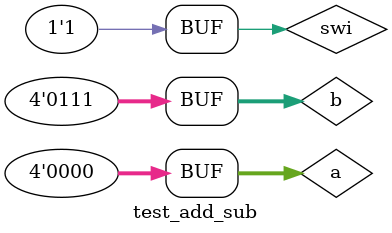
<source format=v>
module test_add_sub;

reg [3:0] a;
reg [3:0] b;
reg swi;
wire [3:0] s;
wire c;

parameter STEP = 10;

add_sub as1(.a, .s, .b, .c, .swi);

initial begin
    $monitor("a = %b, b = %b, c = %b, s = %b, swi = %b", a, b, c, s, swi);

    a = 4'b0101; b = 4'b1010; swi = 0;
    #STEP;
    a = 4'b0011; b = 4'b0011; swi = 1;
    #STEP;
    a = 4'b1111; b = 4'b0001;
    #STEP;
    a = 4'b0000; b = 4'b0111;
    
end

endmodule

</source>
